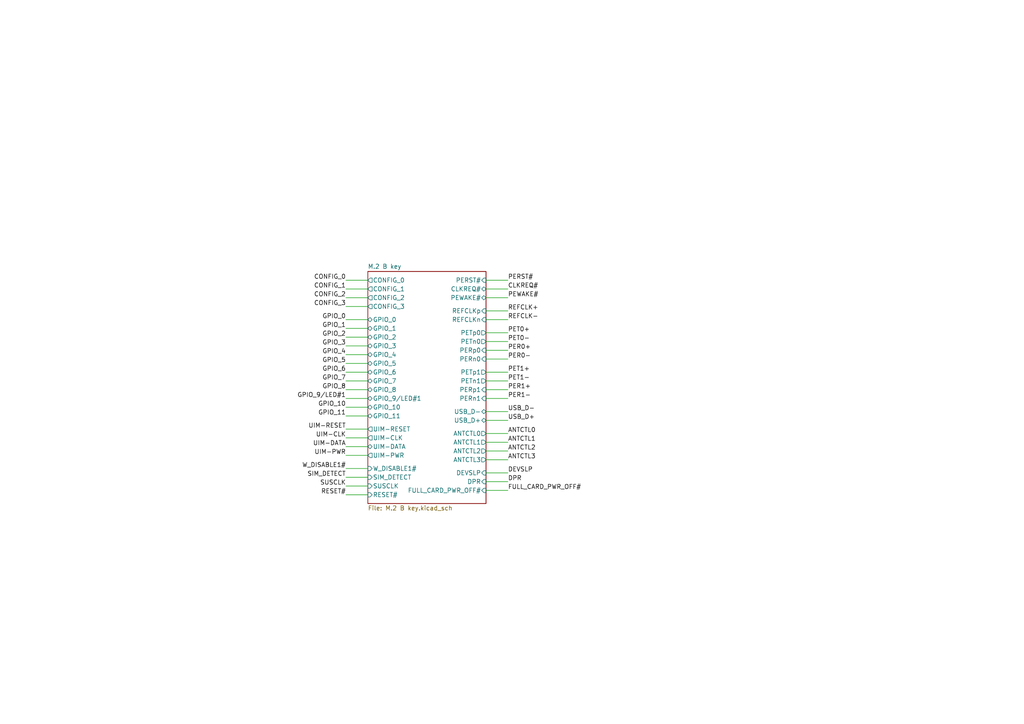
<source format=kicad_sch>
(kicad_sch
	(version 20250114)
	(generator "eeschema")
	(generator_version "9.0")
	(uuid "214bfc41-24f4-4af9-b8d5-f53b552105c4")
	(paper "A4")
	(lib_symbols)
	(wire
		(pts
			(xy 140.97 133.35) (xy 147.32 133.35)
		)
		(stroke
			(width 0)
			(type default)
		)
		(uuid "01b17ab1-113e-4750-bb69-51ecb7c19df4")
	)
	(wire
		(pts
			(xy 140.97 92.71) (xy 147.32 92.71)
		)
		(stroke
			(width 0)
			(type default)
		)
		(uuid "04a85880-125f-4423-a7ac-618df3170ddc")
	)
	(wire
		(pts
			(xy 140.97 128.27) (xy 147.32 128.27)
		)
		(stroke
			(width 0)
			(type default)
		)
		(uuid "053bcaf3-6186-4d82-bd31-8f90a1982511")
	)
	(wire
		(pts
			(xy 100.33 120.65) (xy 106.68 120.65)
		)
		(stroke
			(width 0)
			(type default)
		)
		(uuid "0a316c52-ecc7-4b47-87e2-bf6c82cbf4e5")
	)
	(wire
		(pts
			(xy 100.33 127) (xy 106.68 127)
		)
		(stroke
			(width 0)
			(type default)
		)
		(uuid "118719c7-b377-4ec0-9e42-122e16d9c7a9")
	)
	(wire
		(pts
			(xy 100.33 124.46) (xy 106.68 124.46)
		)
		(stroke
			(width 0)
			(type default)
		)
		(uuid "1df366b4-df41-40be-8a59-528dc4af9f48")
	)
	(wire
		(pts
			(xy 100.33 115.57) (xy 106.68 115.57)
		)
		(stroke
			(width 0)
			(type default)
		)
		(uuid "2606e10a-b8a0-4f69-86f9-b33a80695400")
	)
	(wire
		(pts
			(xy 140.97 142.24) (xy 147.32 142.24)
		)
		(stroke
			(width 0)
			(type default)
		)
		(uuid "27f4c590-b5db-4b48-9792-8640b3ca9aee")
	)
	(wire
		(pts
			(xy 140.97 104.14) (xy 147.32 104.14)
		)
		(stroke
			(width 0)
			(type default)
		)
		(uuid "35c97435-0c1a-46db-a6b1-1db1266c8d1d")
	)
	(wire
		(pts
			(xy 100.33 92.71) (xy 106.68 92.71)
		)
		(stroke
			(width 0)
			(type default)
		)
		(uuid "36959ad6-3597-48f4-b541-f0bdb78ac591")
	)
	(wire
		(pts
			(xy 100.33 86.36) (xy 106.68 86.36)
		)
		(stroke
			(width 0)
			(type default)
		)
		(uuid "3e6953b0-b7da-41c4-a042-2aa10108702d")
	)
	(wire
		(pts
			(xy 100.33 138.43) (xy 106.68 138.43)
		)
		(stroke
			(width 0)
			(type default)
		)
		(uuid "4be4dc0f-ba3e-48ef-a7cd-69326559fd56")
	)
	(wire
		(pts
			(xy 100.33 100.33) (xy 106.68 100.33)
		)
		(stroke
			(width 0)
			(type default)
		)
		(uuid "4c5bdb65-429c-4fdf-8dbe-a480e20bcbf6")
	)
	(wire
		(pts
			(xy 100.33 135.89) (xy 106.68 135.89)
		)
		(stroke
			(width 0)
			(type default)
		)
		(uuid "4dcb0dd6-e3b3-4564-b092-a30272939c8f")
	)
	(wire
		(pts
			(xy 140.97 83.82) (xy 147.32 83.82)
		)
		(stroke
			(width 0)
			(type default)
		)
		(uuid "5761e9c0-aa00-450e-af81-174813277410")
	)
	(wire
		(pts
			(xy 100.33 95.25) (xy 106.68 95.25)
		)
		(stroke
			(width 0)
			(type default)
		)
		(uuid "5a293da5-5ba3-4205-836e-2f6d9016472d")
	)
	(wire
		(pts
			(xy 140.97 137.16) (xy 147.32 137.16)
		)
		(stroke
			(width 0)
			(type default)
		)
		(uuid "671e9703-0265-410b-9931-1fb7900f9094")
	)
	(wire
		(pts
			(xy 140.97 121.92) (xy 147.32 121.92)
		)
		(stroke
			(width 0)
			(type default)
		)
		(uuid "6aaef7e0-b218-470d-bd1b-53e2a55cdda3")
	)
	(wire
		(pts
			(xy 140.97 101.6) (xy 147.32 101.6)
		)
		(stroke
			(width 0)
			(type default)
		)
		(uuid "6f8c66dc-6a35-4474-a753-e54e2456141e")
	)
	(wire
		(pts
			(xy 100.33 113.03) (xy 106.68 113.03)
		)
		(stroke
			(width 0)
			(type default)
		)
		(uuid "718679f6-2ef2-4977-89c1-d3a627919516")
	)
	(wire
		(pts
			(xy 100.33 140.97) (xy 106.68 140.97)
		)
		(stroke
			(width 0)
			(type default)
		)
		(uuid "7c0c2b42-d139-4d6d-b65a-60cb5f32f4e7")
	)
	(wire
		(pts
			(xy 140.97 110.49) (xy 147.32 110.49)
		)
		(stroke
			(width 0)
			(type default)
		)
		(uuid "7ebaa50a-0f9f-4774-b47a-eeba1efa2e2a")
	)
	(wire
		(pts
			(xy 140.97 125.73) (xy 147.32 125.73)
		)
		(stroke
			(width 0)
			(type default)
		)
		(uuid "8573519c-f9f6-4531-9ba0-5d9591adab33")
	)
	(wire
		(pts
			(xy 140.97 86.36) (xy 147.32 86.36)
		)
		(stroke
			(width 0)
			(type default)
		)
		(uuid "862f7047-a42e-4cab-baa6-44437ece950c")
	)
	(wire
		(pts
			(xy 100.33 83.82) (xy 106.68 83.82)
		)
		(stroke
			(width 0)
			(type default)
		)
		(uuid "8d307f00-a461-4d16-bf4e-bed701d39d10")
	)
	(wire
		(pts
			(xy 140.97 113.03) (xy 147.32 113.03)
		)
		(stroke
			(width 0)
			(type default)
		)
		(uuid "9054925f-d3d0-421d-a66b-10afcad7c949")
	)
	(wire
		(pts
			(xy 140.97 115.57) (xy 147.32 115.57)
		)
		(stroke
			(width 0)
			(type default)
		)
		(uuid "95728687-609c-4942-b905-55684eba4331")
	)
	(wire
		(pts
			(xy 140.97 119.38) (xy 147.32 119.38)
		)
		(stroke
			(width 0)
			(type default)
		)
		(uuid "9d03861c-297f-4792-a621-dcc2a1a18f13")
	)
	(wire
		(pts
			(xy 140.97 130.81) (xy 147.32 130.81)
		)
		(stroke
			(width 0)
			(type default)
		)
		(uuid "a198f170-b05e-438e-b5a7-fb7223625c49")
	)
	(wire
		(pts
			(xy 100.33 132.08) (xy 106.68 132.08)
		)
		(stroke
			(width 0)
			(type default)
		)
		(uuid "a7094ced-628d-40bc-911e-4b017ffdb743")
	)
	(wire
		(pts
			(xy 100.33 110.49) (xy 106.68 110.49)
		)
		(stroke
			(width 0)
			(type default)
		)
		(uuid "b86c489f-7f12-40fa-887f-301e43b25dae")
	)
	(wire
		(pts
			(xy 140.97 107.95) (xy 147.32 107.95)
		)
		(stroke
			(width 0)
			(type default)
		)
		(uuid "b88b974d-d1ac-422c-aa77-168b89d91ebb")
	)
	(wire
		(pts
			(xy 100.33 143.51) (xy 106.68 143.51)
		)
		(stroke
			(width 0)
			(type default)
		)
		(uuid "be2399cf-cab8-4c2a-8131-726190398fdf")
	)
	(wire
		(pts
			(xy 100.33 102.87) (xy 106.68 102.87)
		)
		(stroke
			(width 0)
			(type default)
		)
		(uuid "c58a9037-3c09-448e-ae2c-dad537cadbc1")
	)
	(wire
		(pts
			(xy 100.33 97.79) (xy 106.68 97.79)
		)
		(stroke
			(width 0)
			(type default)
		)
		(uuid "ca7ce9bb-d650-4c6a-be9a-59f3e96276c7")
	)
	(wire
		(pts
			(xy 100.33 88.9) (xy 106.68 88.9)
		)
		(stroke
			(width 0)
			(type default)
		)
		(uuid "cbf087c4-dc99-4020-aa38-0da39c23d9d4")
	)
	(wire
		(pts
			(xy 100.33 129.54) (xy 106.68 129.54)
		)
		(stroke
			(width 0)
			(type default)
		)
		(uuid "cd1eaee2-12be-4889-b5c7-7ca468a3eebb")
	)
	(wire
		(pts
			(xy 100.33 107.95) (xy 106.68 107.95)
		)
		(stroke
			(width 0)
			(type default)
		)
		(uuid "d5109218-ba9d-421a-9f49-07f941178d01")
	)
	(wire
		(pts
			(xy 100.33 81.28) (xy 106.68 81.28)
		)
		(stroke
			(width 0)
			(type default)
		)
		(uuid "db63788e-a4f2-4cb5-8308-2f88b9433a65")
	)
	(wire
		(pts
			(xy 140.97 81.28) (xy 147.32 81.28)
		)
		(stroke
			(width 0)
			(type default)
		)
		(uuid "dcbc97cd-a50e-4093-9614-2a6d76ad61bb")
	)
	(wire
		(pts
			(xy 140.97 99.06) (xy 147.32 99.06)
		)
		(stroke
			(width 0)
			(type default)
		)
		(uuid "e335b9c1-70fa-4d0c-aaf1-e61c31ffe465")
	)
	(wire
		(pts
			(xy 140.97 96.52) (xy 147.32 96.52)
		)
		(stroke
			(width 0)
			(type default)
		)
		(uuid "f09cd3a8-af7d-4ebb-95dd-e019db9f8bfb")
	)
	(wire
		(pts
			(xy 140.97 139.7) (xy 147.32 139.7)
		)
		(stroke
			(width 0)
			(type default)
		)
		(uuid "f2c6695c-df8b-4755-b4b6-e53621b0f4c2")
	)
	(wire
		(pts
			(xy 140.97 90.17) (xy 147.32 90.17)
		)
		(stroke
			(width 0)
			(type default)
		)
		(uuid "fa4d654a-c3e1-4796-82cf-dbf14c12f49c")
	)
	(wire
		(pts
			(xy 100.33 118.11) (xy 106.68 118.11)
		)
		(stroke
			(width 0)
			(type default)
		)
		(uuid "fb52cc40-b7bd-4fdf-bef5-1c7f05ef039d")
	)
	(wire
		(pts
			(xy 100.33 105.41) (xy 106.68 105.41)
		)
		(stroke
			(width 0)
			(type default)
		)
		(uuid "fd426c6d-38e2-427a-95b8-8c389fdf3dc0")
	)
	(label "CONFIG_0"
		(at 100.33 81.28 180)
		(effects
			(font
				(size 1.27 1.27)
			)
			(justify right bottom)
		)
		(uuid "058fcfa0-a440-404a-9fd3-bbb46c502ad2")
	)
	(label "PER0+"
		(at 147.32 101.6 0)
		(effects
			(font
				(size 1.27 1.27)
			)
			(justify left bottom)
		)
		(uuid "06eb84b2-13db-403c-8894-8300d4fa45c2")
	)
	(label "USB_D+"
		(at 147.32 121.92 0)
		(effects
			(font
				(size 1.27 1.27)
			)
			(justify left bottom)
		)
		(uuid "0aeaa84e-d0c1-4e08-9a58-f3faba8339eb")
	)
	(label "UIM-RESET"
		(at 100.33 124.46 180)
		(effects
			(font
				(size 1.27 1.27)
			)
			(justify right bottom)
		)
		(uuid "116ad494-0774-4ac2-8800-b499d91c08fe")
	)
	(label "CONFIG_2"
		(at 100.33 86.36 180)
		(effects
			(font
				(size 1.27 1.27)
			)
			(justify right bottom)
		)
		(uuid "11c67a73-db90-4d41-be7b-be398494e701")
	)
	(label "GPIO_9{slash}LED#1"
		(at 100.33 115.57 180)
		(effects
			(font
				(size 1.27 1.27)
			)
			(justify right bottom)
		)
		(uuid "125ed4f1-4655-4257-90b0-2e82bde10160")
	)
	(label "ANTCTL3"
		(at 147.32 133.35 0)
		(effects
			(font
				(size 1.27 1.27)
			)
			(justify left bottom)
		)
		(uuid "149abe4c-d80f-4836-8f0e-578e6c8e5d4d")
	)
	(label "REFCLK-"
		(at 147.32 92.71 0)
		(effects
			(font
				(size 1.27 1.27)
			)
			(justify left bottom)
		)
		(uuid "26956a11-eeef-4726-b326-078f4d9a322b")
	)
	(label "PET1-"
		(at 147.32 110.49 0)
		(effects
			(font
				(size 1.27 1.27)
			)
			(justify left bottom)
		)
		(uuid "27ac7277-f2fa-4864-9bac-2d30c38e6c66")
	)
	(label "PER1-"
		(at 147.32 115.57 0)
		(effects
			(font
				(size 1.27 1.27)
			)
			(justify left bottom)
		)
		(uuid "28914501-1caf-464a-b166-1371d7b8a794")
	)
	(label "USB_D-"
		(at 147.32 119.38 0)
		(effects
			(font
				(size 1.27 1.27)
			)
			(justify left bottom)
		)
		(uuid "309e1be3-19cd-45b1-a931-004e25c01e7f")
	)
	(label "ANTCTL2"
		(at 147.32 130.81 0)
		(effects
			(font
				(size 1.27 1.27)
			)
			(justify left bottom)
		)
		(uuid "34fd929d-8834-49a2-a908-ee4e001eb99a")
	)
	(label "PEWAKE#"
		(at 147.32 86.36 0)
		(effects
			(font
				(size 1.27 1.27)
			)
			(justify left bottom)
		)
		(uuid "3cc4b1ed-df86-4bb6-881b-76be83c5186e")
	)
	(label "SIM_DETECT"
		(at 100.33 138.43 180)
		(effects
			(font
				(size 1.27 1.27)
			)
			(justify right bottom)
		)
		(uuid "487546a9-a263-4337-990a-27ab815d9052")
	)
	(label "RESET#"
		(at 100.33 143.51 180)
		(effects
			(font
				(size 1.27 1.27)
			)
			(justify right bottom)
		)
		(uuid "4a68a3ba-794a-49bc-8cfe-42aea82dceea")
	)
	(label "GPIO_6"
		(at 100.33 107.95 180)
		(effects
			(font
				(size 1.27 1.27)
			)
			(justify right bottom)
		)
		(uuid "4bf29037-0279-456d-8966-78232c0ef8d0")
	)
	(label "GPIO_1"
		(at 100.33 95.25 180)
		(effects
			(font
				(size 1.27 1.27)
			)
			(justify right bottom)
		)
		(uuid "4de26c1e-49c4-40aa-9968-d0c628660c36")
	)
	(label "GPIO_5"
		(at 100.33 105.41 180)
		(effects
			(font
				(size 1.27 1.27)
			)
			(justify right bottom)
		)
		(uuid "52723a6d-f4bf-4558-814f-22a29bb38d01")
	)
	(label "GPIO_7"
		(at 100.33 110.49 180)
		(effects
			(font
				(size 1.27 1.27)
			)
			(justify right bottom)
		)
		(uuid "53a57f43-9e5a-42d1-b0d0-7dce39fa4035")
	)
	(label "CLKREQ#"
		(at 147.32 83.82 0)
		(effects
			(font
				(size 1.27 1.27)
			)
			(justify left bottom)
		)
		(uuid "56c292a0-90cb-4cc7-85ab-22c3a2e1d95f")
	)
	(label "DPR"
		(at 147.32 139.7 0)
		(effects
			(font
				(size 1.27 1.27)
			)
			(justify left bottom)
		)
		(uuid "5931fe68-d90b-4e0f-843f-921daa96c85d")
	)
	(label "PET1+"
		(at 147.32 107.95 0)
		(effects
			(font
				(size 1.27 1.27)
			)
			(justify left bottom)
		)
		(uuid "6a44cfbd-97e2-4b46-95d7-b9850ad9a25f")
	)
	(label "W_DISABLE1#"
		(at 100.33 135.89 180)
		(effects
			(font
				(size 1.27 1.27)
			)
			(justify right bottom)
		)
		(uuid "6fb68537-f63f-4510-a1d9-e3c09ef41e98")
	)
	(label "PET0-"
		(at 147.32 99.06 0)
		(effects
			(font
				(size 1.27 1.27)
			)
			(justify left bottom)
		)
		(uuid "73ef4422-3927-416e-9e4f-4a23a000b85c")
	)
	(label "PER0-"
		(at 147.32 104.14 0)
		(effects
			(font
				(size 1.27 1.27)
			)
			(justify left bottom)
		)
		(uuid "765fb291-b8be-4fba-a6f6-8b82477cf077")
	)
	(label "CONFIG_3"
		(at 100.33 88.9 180)
		(effects
			(font
				(size 1.27 1.27)
			)
			(justify right bottom)
		)
		(uuid "80cca3ad-a800-4f0e-ba61-0661dc0f2727")
	)
	(label "GPIO_2"
		(at 100.33 97.79 180)
		(effects
			(font
				(size 1.27 1.27)
			)
			(justify right bottom)
		)
		(uuid "854606d2-53ff-4c9d-8d17-65bca68dd53b")
	)
	(label "PET0+"
		(at 147.32 96.52 0)
		(effects
			(font
				(size 1.27 1.27)
			)
			(justify left bottom)
		)
		(uuid "8e0f0be2-d7ba-448b-a3d2-eaca342f3f42")
	)
	(label "FULL_CARD_PWR_OFF#"
		(at 147.32 142.24 0)
		(effects
			(font
				(size 1.27 1.27)
			)
			(justify left bottom)
		)
		(uuid "a3b46a19-ae42-46cb-8572-1b8eab8426b2")
	)
	(label "ANTCTL0"
		(at 147.32 125.73 0)
		(effects
			(font
				(size 1.27 1.27)
			)
			(justify left bottom)
		)
		(uuid "a68b3901-97a5-4d7d-9df6-4c8f6dab4175")
	)
	(label "UIM-PWR"
		(at 100.33 132.08 180)
		(effects
			(font
				(size 1.27 1.27)
			)
			(justify right bottom)
		)
		(uuid "ae1e39c1-0e5f-437d-b681-165ed6b4c088")
	)
	(label "REFCLK+"
		(at 147.32 90.17 0)
		(effects
			(font
				(size 1.27 1.27)
			)
			(justify left bottom)
		)
		(uuid "af027f61-7084-4c88-b154-ef0255077319")
	)
	(label "GPIO_8"
		(at 100.33 113.03 180)
		(effects
			(font
				(size 1.27 1.27)
			)
			(justify right bottom)
		)
		(uuid "b43a12a9-66fd-4c91-9dfd-172400944b16")
	)
	(label "CONFIG_1"
		(at 100.33 83.82 180)
		(effects
			(font
				(size 1.27 1.27)
			)
			(justify right bottom)
		)
		(uuid "b5ac3eb0-176e-4bfe-85a6-b49bc3bdd6fa")
	)
	(label "GPIO_3"
		(at 100.33 100.33 180)
		(effects
			(font
				(size 1.27 1.27)
			)
			(justify right bottom)
		)
		(uuid "b7597e9d-3f4c-4305-af83-7467e4bcab91")
	)
	(label "UIM-DATA"
		(at 100.33 129.54 180)
		(effects
			(font
				(size 1.27 1.27)
			)
			(justify right bottom)
		)
		(uuid "c1b5d4a3-ca24-4f36-8e7a-15d00bc4bd41")
	)
	(label "GPIO_11"
		(at 100.33 120.65 180)
		(effects
			(font
				(size 1.27 1.27)
			)
			(justify right bottom)
		)
		(uuid "c3366c0b-e7e2-4a5f-8784-15011cee79a7")
	)
	(label "GPIO_4"
		(at 100.33 102.87 180)
		(effects
			(font
				(size 1.27 1.27)
			)
			(justify right bottom)
		)
		(uuid "c8df0145-fb77-41ac-9e76-e8969ffb989f")
	)
	(label "UIM-CLK"
		(at 100.33 127 180)
		(effects
			(font
				(size 1.27 1.27)
			)
			(justify right bottom)
		)
		(uuid "c9380408-f269-4371-8e4a-68e802ebeca1")
	)
	(label "PERST#"
		(at 147.32 81.28 0)
		(effects
			(font
				(size 1.27 1.27)
			)
			(justify left bottom)
		)
		(uuid "cc18d98f-7ee5-4fc5-910d-dc2c264d8fc3")
	)
	(label "GPIO_10"
		(at 100.33 118.11 180)
		(effects
			(font
				(size 1.27 1.27)
			)
			(justify right bottom)
		)
		(uuid "ce6f74c3-e3c1-49d9-a508-55efae3fc381")
	)
	(label "SUSCLK"
		(at 100.33 140.97 180)
		(effects
			(font
				(size 1.27 1.27)
			)
			(justify right bottom)
		)
		(uuid "d5bf418b-a1a4-4107-908d-0abbfa4f760c")
	)
	(label "PER1+"
		(at 147.32 113.03 0)
		(effects
			(font
				(size 1.27 1.27)
			)
			(justify left bottom)
		)
		(uuid "e5cb06c8-3545-4031-8cd6-e2ffc31294c9")
	)
	(label "ANTCTL1"
		(at 147.32 128.27 0)
		(effects
			(font
				(size 1.27 1.27)
			)
			(justify left bottom)
		)
		(uuid "e6a31793-156f-433e-8886-9a223ea65390")
	)
	(label "DEVSLP"
		(at 147.32 137.16 0)
		(effects
			(font
				(size 1.27 1.27)
			)
			(justify left bottom)
		)
		(uuid "f0fb799f-278e-4524-bb2d-b5cbea118f6f")
	)
	(label "GPIO_0"
		(at 100.33 92.71 180)
		(effects
			(font
				(size 1.27 1.27)
			)
			(justify right bottom)
		)
		(uuid "f5546d64-5b1a-4885-9cc6-a738cc1b5ab5")
	)
	(sheet
		(at 106.68 78.74)
		(size 34.29 67.31)
		(exclude_from_sim no)
		(in_bom yes)
		(on_board yes)
		(dnp no)
		(fields_autoplaced yes)
		(stroke
			(width 0.1524)
			(type solid)
		)
		(fill
			(color 0 0 0 0.0000)
		)
		(uuid "a97a1c5a-89b8-4965-a918-3f182150b9ea")
		(property "Sheetname" "M.2 B key"
			(at 106.68 78.0284 0)
			(effects
				(font
					(size 1.27 1.27)
				)
				(justify left bottom)
			)
		)
		(property "Sheetfile" "M.2 B key.kicad_sch"
			(at 106.68 146.6346 0)
			(effects
				(font
					(size 1.27 1.27)
				)
				(justify left top)
			)
		)
		(pin "CONFIG_1" output
			(at 106.68 83.82 180)
			(uuid "d4dbb689-0231-4cd5-9993-7bc73e94218e")
			(effects
				(font
					(size 1.27 1.27)
				)
				(justify left)
			)
		)
		(pin "CONFIG_3" output
			(at 106.68 88.9 180)
			(uuid "65b796a2-357e-47fa-ab7c-583d880e7730")
			(effects
				(font
					(size 1.27 1.27)
				)
				(justify left)
			)
		)
		(pin "CONFIG_0" output
			(at 106.68 81.28 180)
			(uuid "33360bcb-13af-4e84-bf81-226ad1313b0d")
			(effects
				(font
					(size 1.27 1.27)
				)
				(justify left)
			)
		)
		(pin "CONFIG_2" output
			(at 106.68 86.36 180)
			(uuid "2afb416d-1d18-45ed-89d3-b2e16cc77e01")
			(effects
				(font
					(size 1.27 1.27)
				)
				(justify left)
			)
		)
		(pin "GPIO_5" bidirectional
			(at 106.68 105.41 180)
			(uuid "6f9cc685-b8ad-453f-8e71-5286c7df0b17")
			(effects
				(font
					(size 1.27 1.27)
				)
				(justify left)
			)
		)
		(pin "GPIO_9/LED#1" bidirectional
			(at 106.68 115.57 180)
			(uuid "227c7d01-4670-4d8a-b0e9-20aa9490b348")
			(effects
				(font
					(size 1.27 1.27)
				)
				(justify left)
			)
		)
		(pin "GPIO_6" bidirectional
			(at 106.68 107.95 180)
			(uuid "d821c2ac-1428-48df-80fe-a6ecf73f79a9")
			(effects
				(font
					(size 1.27 1.27)
				)
				(justify left)
			)
		)
		(pin "GPIO_4" bidirectional
			(at 106.68 102.87 180)
			(uuid "9da6963e-dbaf-45ca-9589-5ee4a5011f6a")
			(effects
				(font
					(size 1.27 1.27)
				)
				(justify left)
			)
		)
		(pin "GPIO_3" bidirectional
			(at 106.68 100.33 180)
			(uuid "525d1d2b-52f8-40d4-9f10-dfbb1a40fccd")
			(effects
				(font
					(size 1.27 1.27)
				)
				(justify left)
			)
		)
		(pin "GPIO_2" bidirectional
			(at 106.68 97.79 180)
			(uuid "daed486b-06e1-48a2-bf70-339af4d70c00")
			(effects
				(font
					(size 1.27 1.27)
				)
				(justify left)
			)
		)
		(pin "GPIO_11" bidirectional
			(at 106.68 120.65 180)
			(uuid "b4cc76a8-85c9-42e0-8e97-be6341cf04f4")
			(effects
				(font
					(size 1.27 1.27)
				)
				(justify left)
			)
		)
		(pin "GPIO_10" bidirectional
			(at 106.68 118.11 180)
			(uuid "b5f78a06-edd0-437f-b7d2-d04fc57c95cf")
			(effects
				(font
					(size 1.27 1.27)
				)
				(justify left)
			)
		)
		(pin "GPIO_7" bidirectional
			(at 106.68 110.49 180)
			(uuid "a30efc73-d7b2-45f6-b141-c3ea06726ac8")
			(effects
				(font
					(size 1.27 1.27)
				)
				(justify left)
			)
		)
		(pin "GPIO_8" bidirectional
			(at 106.68 113.03 180)
			(uuid "06ff8499-5b33-444a-9b50-2b796c65f928")
			(effects
				(font
					(size 1.27 1.27)
				)
				(justify left)
			)
		)
		(pin "GPIO_1" bidirectional
			(at 106.68 95.25 180)
			(uuid "56001b51-6ee7-4108-bc6e-055c40a26a15")
			(effects
				(font
					(size 1.27 1.27)
				)
				(justify left)
			)
		)
		(pin "GPIO_0" bidirectional
			(at 106.68 92.71 180)
			(uuid "d5dbeae1-4fda-4062-b883-877ff2b77441")
			(effects
				(font
					(size 1.27 1.27)
				)
				(justify left)
			)
		)
		(pin "UIM-RESET" output
			(at 106.68 124.46 180)
			(uuid "29c8ea40-44ee-4a25-9a7b-7018d093fc71")
			(effects
				(font
					(size 1.27 1.27)
				)
				(justify left)
			)
		)
		(pin "UIM-CLK" output
			(at 106.68 127 180)
			(uuid "eec0b2e8-2995-453f-b223-0be7897f7547")
			(effects
				(font
					(size 1.27 1.27)
				)
				(justify left)
			)
		)
		(pin "UIM-DATA" bidirectional
			(at 106.68 129.54 180)
			(uuid "e9f2b081-1825-4661-aec6-6d75174667f8")
			(effects
				(font
					(size 1.27 1.27)
				)
				(justify left)
			)
		)
		(pin "UIM-PWR" output
			(at 106.68 132.08 180)
			(uuid "f3625f2a-ac61-4b21-aee4-2e149e0eb801")
			(effects
				(font
					(size 1.27 1.27)
				)
				(justify left)
			)
		)
		(pin "PERST#" input
			(at 140.97 81.28 0)
			(uuid "34a6b5b8-7035-4139-ba1f-4a060f615c8b")
			(effects
				(font
					(size 1.27 1.27)
				)
				(justify right)
			)
		)
		(pin "PEWAKE#" bidirectional
			(at 140.97 86.36 0)
			(uuid "961e16cb-25d0-4207-a6d0-83cb74cb5bb7")
			(effects
				(font
					(size 1.27 1.27)
				)
				(justify right)
			)
		)
		(pin "CLKREQ#" bidirectional
			(at 140.97 83.82 0)
			(uuid "fc13ea55-e4cb-42f0-83a7-59fe4af2c27e")
			(effects
				(font
					(size 1.27 1.27)
				)
				(justify right)
			)
		)
		(pin "REFCLKp" input
			(at 140.97 90.17 0)
			(uuid "fe01c88d-4943-484e-ade1-89e666ded44d")
			(effects
				(font
					(size 1.27 1.27)
				)
				(justify right)
			)
		)
		(pin "REFCLKn" input
			(at 140.97 92.71 0)
			(uuid "307dce14-178e-4247-8d92-9548d4cbfce5")
			(effects
				(font
					(size 1.27 1.27)
				)
				(justify right)
			)
		)
		(pin "PETp0" output
			(at 140.97 96.52 0)
			(uuid "ceff54f9-52d6-411d-9384-c9da9fe57639")
			(effects
				(font
					(size 1.27 1.27)
				)
				(justify right)
			)
		)
		(pin "PETn0" output
			(at 140.97 99.06 0)
			(uuid "a6966918-f707-4bf2-8093-74ed68a7bb9b")
			(effects
				(font
					(size 1.27 1.27)
				)
				(justify right)
			)
		)
		(pin "PERn0" input
			(at 140.97 104.14 0)
			(uuid "e1b89d1b-c3a1-4c2b-b05d-7075b380b94d")
			(effects
				(font
					(size 1.27 1.27)
				)
				(justify right)
			)
		)
		(pin "PERp0" input
			(at 140.97 101.6 0)
			(uuid "23c3f408-8c6d-45fb-9518-b7c2f059c6eb")
			(effects
				(font
					(size 1.27 1.27)
				)
				(justify right)
			)
		)
		(pin "PETp1" output
			(at 140.97 107.95 0)
			(uuid "b3814393-7f80-446b-8c4e-062b70c3afd1")
			(effects
				(font
					(size 1.27 1.27)
				)
				(justify right)
			)
		)
		(pin "PETn1" output
			(at 140.97 110.49 0)
			(uuid "1fadb82d-897e-444b-ac0f-a74debc56ef8")
			(effects
				(font
					(size 1.27 1.27)
				)
				(justify right)
			)
		)
		(pin "PERn1" input
			(at 140.97 115.57 0)
			(uuid "c3095929-3248-4c81-a534-84aa752de34e")
			(effects
				(font
					(size 1.27 1.27)
				)
				(justify right)
			)
		)
		(pin "PERp1" input
			(at 140.97 113.03 0)
			(uuid "8ea5c213-01e8-4328-b037-0e37766ba80b")
			(effects
				(font
					(size 1.27 1.27)
				)
				(justify right)
			)
		)
		(pin "USB_D-" bidirectional
			(at 140.97 119.38 0)
			(uuid "bc6d40f4-a862-470d-adb6-3e21eed034f3")
			(effects
				(font
					(size 1.27 1.27)
				)
				(justify right)
			)
		)
		(pin "USB_D+" bidirectional
			(at 140.97 121.92 0)
			(uuid "5150d84e-ca06-43b9-90fd-49150d1f5f01")
			(effects
				(font
					(size 1.27 1.27)
				)
				(justify right)
			)
		)
		(pin "ANTCTL0" output
			(at 140.97 125.73 0)
			(uuid "4d7a501e-9415-46f9-8359-0b0fb4be1867")
			(effects
				(font
					(size 1.27 1.27)
				)
				(justify right)
			)
		)
		(pin "ANTCTL3" output
			(at 140.97 133.35 0)
			(uuid "f78ae2cf-56fc-4cfc-8d94-46071461a5f4")
			(effects
				(font
					(size 1.27 1.27)
				)
				(justify right)
			)
		)
		(pin "ANTCTL1" output
			(at 140.97 128.27 0)
			(uuid "c9744e41-18c1-484b-b4a4-587cb1d39e95")
			(effects
				(font
					(size 1.27 1.27)
				)
				(justify right)
			)
		)
		(pin "ANTCTL2" output
			(at 140.97 130.81 0)
			(uuid "cf01f377-4dbb-4a6a-8c3b-70e0f902182b")
			(effects
				(font
					(size 1.27 1.27)
				)
				(justify right)
			)
		)
		(pin "W_DISABLE1#" input
			(at 106.68 135.89 180)
			(uuid "47cfea58-c2a3-40b7-94f5-33830283a104")
			(effects
				(font
					(size 1.27 1.27)
				)
				(justify left)
			)
		)
		(pin "SIM_DETECT" input
			(at 106.68 138.43 180)
			(uuid "70ae85f7-9643-4e1e-aee3-5a8b45673c12")
			(effects
				(font
					(size 1.27 1.27)
				)
				(justify left)
			)
		)
		(pin "RESET#" input
			(at 106.68 143.51 180)
			(uuid "376c93b5-42ad-497c-a227-f3dee40de3ec")
			(effects
				(font
					(size 1.27 1.27)
				)
				(justify left)
			)
		)
		(pin "DEVSLP" input
			(at 140.97 137.16 0)
			(uuid "b4a731f9-4a90-4abd-a9c3-5bb743ae2004")
			(effects
				(font
					(size 1.27 1.27)
				)
				(justify right)
			)
		)
		(pin "FULL_CARD_PWR_OFF#" input
			(at 140.97 142.24 0)
			(uuid "01cc697b-9af8-4c07-ab41-2a5d9bf4e3dd")
			(effects
				(font
					(size 1.27 1.27)
				)
				(justify right)
			)
		)
		(pin "DPR" input
			(at 140.97 139.7 0)
			(uuid "3919e479-660e-4b20-895c-417bd83821d0")
			(effects
				(font
					(size 1.27 1.27)
				)
				(justify right)
			)
		)
		(pin "SUSCLK" input
			(at 106.68 140.97 180)
			(uuid "7d63355c-7474-456e-8e25-72f0b0e3255b")
			(effects
				(font
					(size 1.27 1.27)
				)
				(justify left)
			)
		)
		(instances
			(project "M.2 B key 30110"
				(path "/214bfc41-24f4-4af9-b8d5-f53b552105c4"
					(page "2")
				)
			)
		)
	)
	(sheet_instances
		(path "/"
			(page "1")
		)
	)
	(embedded_fonts no)
)

</source>
